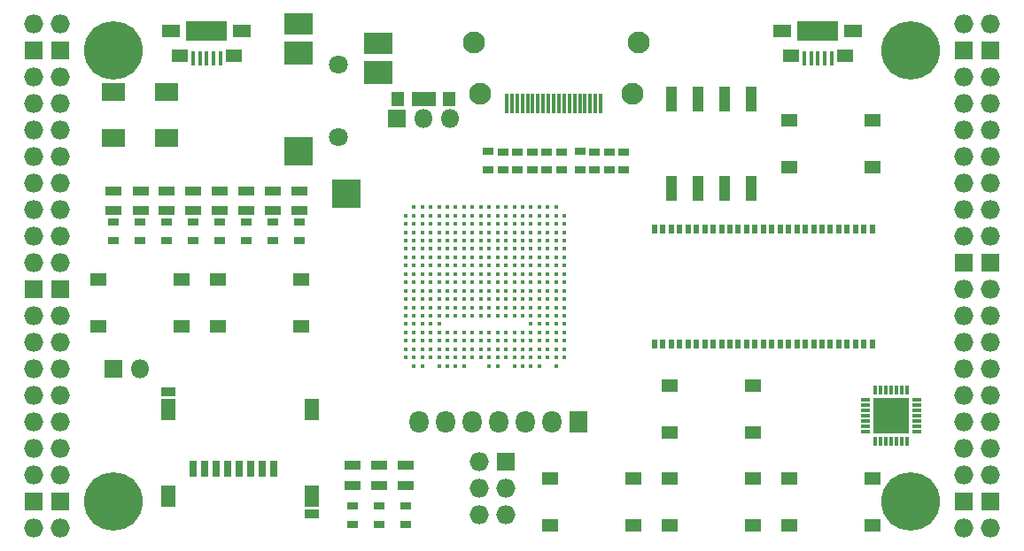
<source format=gts>
G04 #@! TF.GenerationSoftware,KiCad,Pcbnew,5.0.0-rc2+dfsg1-2*
G04 #@! TF.CreationDate,2018-06-06T20:47:01+02:00*
G04 #@! TF.ProjectId,ulx3s,756C7833732E6B696361645F70636200,rev?*
G04 #@! TF.SameCoordinates,Original*
G04 #@! TF.FileFunction,Soldermask,Top*
G04 #@! TF.FilePolarity,Negative*
%FSLAX46Y46*%
G04 Gerber Fmt 4.6, Leading zero omitted, Abs format (unit mm)*
G04 Created by KiCad (PCBNEW 5.0.0-rc2+dfsg1-2) date Wed Jun  6 20:47:01 2018*
%MOMM*%
%LPD*%
G01*
G04 APERTURE LIST*
%ADD10R,1.700000X1.300000*%
%ADD11R,0.400000X1.350000*%
%ADD12R,4.000000X1.900000*%
%ADD13R,1.600000X1.200000*%
%ADD14O,1.827200X1.827200*%
%ADD15R,1.727200X1.727200*%
%ADD16C,5.600000*%
%ADD17O,0.950000X0.400000*%
%ADD18O,0.400000X0.950000*%
%ADD19R,1.675000X1.675000*%
%ADD20R,1.727200X2.032000*%
%ADD21O,1.827200X2.132000*%
%ADD22R,1.550000X1.300000*%
%ADD23R,1.120000X2.440000*%
%ADD24C,0.430000*%
%ADD25R,2.800000X2.000000*%
%ADD26R,2.800000X2.200000*%
%ADD27R,2.800000X2.800000*%
%ADD28C,1.800000*%
%ADD29R,0.700000X1.500000*%
%ADD30R,1.450000X0.900000*%
%ADD31R,1.450000X2.000000*%
%ADD32R,2.200000X1.800000*%
%ADD33R,0.560000X0.900000*%
%ADD34R,1.000000X0.670000*%
%ADD35R,1.500000X0.970000*%
%ADD36R,0.300000X1.900000*%
%ADD37C,2.100000*%
%ADD38R,1.700000X1.700000*%
%ADD39O,1.800000X1.800000*%
%ADD40R,1.295000X1.400000*%
G04 APERTURE END LIST*
D10*
G04 #@! TO.C,US2*
X166900000Y-63325000D03*
X173700000Y-63325000D03*
D11*
X169000000Y-66000000D03*
X169650000Y-66000000D03*
X170300000Y-66000000D03*
X170950000Y-66000000D03*
X171600000Y-66000000D03*
D12*
X170300000Y-63325000D03*
D13*
X167700000Y-65725000D03*
X172900000Y-65725000D03*
G04 #@! TD*
D10*
G04 #@! TO.C,US1*
X108480000Y-63325000D03*
X115280000Y-63325000D03*
D11*
X110580000Y-66000000D03*
X111230000Y-66000000D03*
X111880000Y-66000000D03*
X112530000Y-66000000D03*
X113180000Y-66000000D03*
D12*
X111880000Y-63325000D03*
D13*
X109280000Y-65725000D03*
X114480000Y-65725000D03*
G04 #@! TD*
D14*
G04 #@! TO.C,J1*
X97910000Y-62690000D03*
X95370000Y-62690000D03*
D15*
X97910000Y-65230000D03*
X95370000Y-65230000D03*
D14*
X97910000Y-67770000D03*
X95370000Y-67770000D03*
X97910000Y-70310000D03*
X95370000Y-70310000D03*
X97910000Y-72850000D03*
X95370000Y-72850000D03*
X97910000Y-75390000D03*
X95370000Y-75390000D03*
X97910000Y-77930000D03*
X95370000Y-77930000D03*
X97910000Y-80470000D03*
X95370000Y-80470000D03*
X97910000Y-83010000D03*
X95370000Y-83010000D03*
X97910000Y-85550000D03*
X95370000Y-85550000D03*
D15*
X97910000Y-88090000D03*
X95370000Y-88090000D03*
D14*
X97910000Y-90630000D03*
X95370000Y-90630000D03*
X97910000Y-93170000D03*
X95370000Y-93170000D03*
X97910000Y-95710000D03*
X95370000Y-95710000D03*
X97910000Y-98250000D03*
X95370000Y-98250000D03*
X97910000Y-100790000D03*
X95370000Y-100790000D03*
X97910000Y-103330000D03*
X95370000Y-103330000D03*
X97910000Y-105870000D03*
X95370000Y-105870000D03*
D15*
X97910000Y-108410000D03*
X95370000Y-108410000D03*
D14*
X97910000Y-110950000D03*
X95370000Y-110950000D03*
G04 #@! TD*
G04 #@! TO.C,J2*
X184270000Y-110950000D03*
X186810000Y-110950000D03*
D15*
X184270000Y-108410000D03*
X186810000Y-108410000D03*
D14*
X184270000Y-105870000D03*
X186810000Y-105870000D03*
X184270000Y-103330000D03*
X186810000Y-103330000D03*
X184270000Y-100790000D03*
X186810000Y-100790000D03*
X184270000Y-98250000D03*
X186810000Y-98250000D03*
X184270000Y-95710000D03*
X186810000Y-95710000D03*
X184270000Y-93170000D03*
X186810000Y-93170000D03*
X184270000Y-90630000D03*
X186810000Y-90630000D03*
X184270000Y-88090000D03*
X186810000Y-88090000D03*
D15*
X184270000Y-85550000D03*
X186810000Y-85550000D03*
D14*
X184270000Y-83010000D03*
X186810000Y-83010000D03*
X184270000Y-80470000D03*
X186810000Y-80470000D03*
X184270000Y-77930000D03*
X186810000Y-77930000D03*
X184270000Y-75390000D03*
X186810000Y-75390000D03*
X184270000Y-72850000D03*
X186810000Y-72850000D03*
X184270000Y-70310000D03*
X186810000Y-70310000D03*
X184270000Y-67770000D03*
X186810000Y-67770000D03*
D15*
X184270000Y-65230000D03*
X186810000Y-65230000D03*
D14*
X184270000Y-62690000D03*
X186810000Y-62690000D03*
G04 #@! TD*
D16*
G04 #@! TO.C,H1*
X102990000Y-108410000D03*
G04 #@! TD*
G04 #@! TO.C,H2*
X179190000Y-108410000D03*
G04 #@! TD*
G04 #@! TO.C,H3*
X179190000Y-65230000D03*
G04 #@! TD*
G04 #@! TO.C,H4*
X102990000Y-65230000D03*
G04 #@! TD*
D15*
G04 #@! TO.C,J4*
X140455000Y-104600000D03*
D14*
X137915000Y-104600000D03*
X140455000Y-107140000D03*
X137915000Y-107140000D03*
X140455000Y-109680000D03*
X137915000Y-109680000D03*
G04 #@! TD*
D17*
G04 #@! TO.C,U8*
X179735000Y-101655000D03*
X179735000Y-101155000D03*
X179735000Y-100655000D03*
X179735000Y-100155000D03*
X179735000Y-99655000D03*
X179735000Y-99155000D03*
X179735000Y-98655000D03*
D18*
X178785000Y-97705000D03*
X178285000Y-97705000D03*
X177785000Y-97705000D03*
X177285000Y-97705000D03*
X176785000Y-97705000D03*
X176285000Y-97705000D03*
X175785000Y-97705000D03*
D17*
X174835000Y-98655000D03*
X174835000Y-99155000D03*
X174835000Y-99655000D03*
X174835000Y-100155000D03*
X174835000Y-100655000D03*
X174835000Y-101155000D03*
X174835000Y-101655000D03*
D18*
X175785000Y-102605000D03*
X176285000Y-102605000D03*
X176785000Y-102605000D03*
X177285000Y-102605000D03*
X177785000Y-102605000D03*
X178285000Y-102605000D03*
X178785000Y-102605000D03*
D19*
X176447500Y-99317500D03*
X176447500Y-100992500D03*
X178122500Y-99317500D03*
X178122500Y-100992500D03*
G04 #@! TD*
D20*
G04 #@! TO.C,OLED1*
X147440000Y-100790000D03*
D21*
X144900000Y-100790000D03*
X142360000Y-100790000D03*
X139820000Y-100790000D03*
X137280000Y-100790000D03*
X134740000Y-100790000D03*
X132200000Y-100790000D03*
G04 #@! TD*
D22*
G04 #@! TO.C,BTN0*
X175550000Y-71870000D03*
X175550000Y-76370000D03*
X167590000Y-76370000D03*
X167590000Y-71870000D03*
G04 #@! TD*
G04 #@! TO.C,BTN1*
X101550000Y-91610000D03*
X101550000Y-87110000D03*
X109510000Y-87110000D03*
X109510000Y-91610000D03*
G04 #@! TD*
G04 #@! TO.C,BTN2*
X112980000Y-91610000D03*
X112980000Y-87110000D03*
X120940000Y-87110000D03*
X120940000Y-91610000D03*
G04 #@! TD*
G04 #@! TO.C,BTN3*
X156160000Y-101770000D03*
X156160000Y-97270000D03*
X164120000Y-97270000D03*
X164120000Y-101770000D03*
G04 #@! TD*
G04 #@! TO.C,BTN4*
X164120000Y-106160000D03*
X164120000Y-110660000D03*
X156160000Y-110660000D03*
X156160000Y-106160000D03*
G04 #@! TD*
G04 #@! TO.C,BTN5*
X152690000Y-106160000D03*
X152690000Y-110660000D03*
X144730000Y-110660000D03*
X144730000Y-106160000D03*
G04 #@! TD*
G04 #@! TO.C,BTN6*
X175550000Y-106160000D03*
X175550000Y-110660000D03*
X167590000Y-110660000D03*
X167590000Y-106160000D03*
G04 #@! TD*
D23*
G04 #@! TO.C,SW1*
X156330000Y-78425000D03*
X163950000Y-69815000D03*
X158870000Y-78425000D03*
X161410000Y-69815000D03*
X161410000Y-78425000D03*
X158870000Y-69815000D03*
X163950000Y-78425000D03*
X156330000Y-69815000D03*
G04 #@! TD*
D24*
G04 #@! TO.C,U1*
X131680000Y-80200000D03*
X132480000Y-80200000D03*
X133280000Y-80200000D03*
X134080000Y-80200000D03*
X134880000Y-80200000D03*
X135680000Y-80200000D03*
X136480000Y-80200000D03*
X137280000Y-80200000D03*
X138080000Y-80200000D03*
X138880000Y-80200000D03*
X139680000Y-80200000D03*
X140480000Y-80200000D03*
X141280000Y-80200000D03*
X142080000Y-80200000D03*
X142880000Y-80200000D03*
X143680000Y-80200000D03*
X144480000Y-80200000D03*
X145280000Y-80200000D03*
X130880000Y-81000000D03*
X131680000Y-81000000D03*
X132480000Y-81000000D03*
X133280000Y-81000000D03*
X134080000Y-81000000D03*
X134880000Y-81000000D03*
X135680000Y-81000000D03*
X136480000Y-81000000D03*
X137280000Y-81000000D03*
X138080000Y-81000000D03*
X138880000Y-81000000D03*
X139680000Y-81000000D03*
X140480000Y-81000000D03*
X141280000Y-81000000D03*
X142080000Y-81000000D03*
X142880000Y-81000000D03*
X143680000Y-81000000D03*
X144480000Y-81000000D03*
X145280000Y-81000000D03*
X146080000Y-81000000D03*
X130880000Y-81800000D03*
X131680000Y-81800000D03*
X132480000Y-81800000D03*
X133280000Y-81800000D03*
X134080000Y-81800000D03*
X134880000Y-81800000D03*
X135680000Y-81800000D03*
X136480000Y-81800000D03*
X137280000Y-81800000D03*
X138080000Y-81800000D03*
X138880000Y-81800000D03*
X139680000Y-81800000D03*
X140480000Y-81800000D03*
X141280000Y-81800000D03*
X142080000Y-81800000D03*
X142880000Y-81800000D03*
X143680000Y-81800000D03*
X144480000Y-81800000D03*
X145280000Y-81800000D03*
X146080000Y-81800000D03*
X130880000Y-82600000D03*
X131680000Y-82600000D03*
X132480000Y-82600000D03*
X133280000Y-82600000D03*
X134080000Y-82600000D03*
X134880000Y-82600000D03*
X135680000Y-82600000D03*
X136480000Y-82600000D03*
X137280000Y-82600000D03*
X138080000Y-82600000D03*
X138880000Y-82600000D03*
X139680000Y-82600000D03*
X140480000Y-82600000D03*
X141280000Y-82600000D03*
X142080000Y-82600000D03*
X142880000Y-82600000D03*
X143680000Y-82600000D03*
X144480000Y-82600000D03*
X145280000Y-82600000D03*
X146080000Y-82600000D03*
X130880000Y-83400000D03*
X131680000Y-83400000D03*
X132480000Y-83400000D03*
X133280000Y-83400000D03*
X134080000Y-83400000D03*
X134880000Y-83400000D03*
X135680000Y-83400000D03*
X136480000Y-83400000D03*
X137280000Y-83400000D03*
X138080000Y-83400000D03*
X138880000Y-83400000D03*
X139680000Y-83400000D03*
X140480000Y-83400000D03*
X141280000Y-83400000D03*
X142080000Y-83400000D03*
X142880000Y-83400000D03*
X143680000Y-83400000D03*
X144480000Y-83400000D03*
X145280000Y-83400000D03*
X146080000Y-83400000D03*
X130880000Y-84200000D03*
X131680000Y-84200000D03*
X132480000Y-84200000D03*
X133280000Y-84200000D03*
X134080000Y-84200000D03*
X134880000Y-84200000D03*
X135680000Y-84200000D03*
X136480000Y-84200000D03*
X137280000Y-84200000D03*
X138080000Y-84200000D03*
X138880000Y-84200000D03*
X139680000Y-84200000D03*
X140480000Y-84200000D03*
X141280000Y-84200000D03*
X142080000Y-84200000D03*
X142880000Y-84200000D03*
X143680000Y-84200000D03*
X144480000Y-84200000D03*
X145280000Y-84200000D03*
X146080000Y-84200000D03*
X130880000Y-85000000D03*
X131680000Y-85000000D03*
X132480000Y-85000000D03*
X133280000Y-85000000D03*
X134080000Y-85000000D03*
X134880000Y-85000000D03*
X135680000Y-85000000D03*
X136480000Y-85000000D03*
X137280000Y-85000000D03*
X138080000Y-85000000D03*
X138880000Y-85000000D03*
X139680000Y-85000000D03*
X140480000Y-85000000D03*
X141280000Y-85000000D03*
X142080000Y-85000000D03*
X142880000Y-85000000D03*
X143680000Y-85000000D03*
X144480000Y-85000000D03*
X145280000Y-85000000D03*
X146080000Y-85000000D03*
X130880000Y-85800000D03*
X131680000Y-85800000D03*
X132480000Y-85800000D03*
X133280000Y-85800000D03*
X134080000Y-85800000D03*
X134880000Y-85800000D03*
X135680000Y-85800000D03*
X136480000Y-85800000D03*
X137280000Y-85800000D03*
X138080000Y-85800000D03*
X138880000Y-85800000D03*
X139680000Y-85800000D03*
X140480000Y-85800000D03*
X141280000Y-85800000D03*
X142080000Y-85800000D03*
X142880000Y-85800000D03*
X143680000Y-85800000D03*
X144480000Y-85800000D03*
X145280000Y-85800000D03*
X146080000Y-85800000D03*
X130880000Y-86600000D03*
X131680000Y-86600000D03*
X132480000Y-86600000D03*
X133280000Y-86600000D03*
X134080000Y-86600000D03*
X134880000Y-86600000D03*
X135680000Y-86600000D03*
X136480000Y-86600000D03*
X137280000Y-86600000D03*
X138080000Y-86600000D03*
X138880000Y-86600000D03*
X139680000Y-86600000D03*
X140480000Y-86600000D03*
X141280000Y-86600000D03*
X142080000Y-86600000D03*
X142880000Y-86600000D03*
X143680000Y-86600000D03*
X144480000Y-86600000D03*
X145280000Y-86600000D03*
X146080000Y-86600000D03*
X130880000Y-87400000D03*
X131680000Y-87400000D03*
X132480000Y-87400000D03*
X133280000Y-87400000D03*
X134080000Y-87400000D03*
X134880000Y-87400000D03*
X135680000Y-87400000D03*
X136480000Y-87400000D03*
X137280000Y-87400000D03*
X138080000Y-87400000D03*
X138880000Y-87400000D03*
X139680000Y-87400000D03*
X140480000Y-87400000D03*
X141280000Y-87400000D03*
X142080000Y-87400000D03*
X142880000Y-87400000D03*
X143680000Y-87400000D03*
X144480000Y-87400000D03*
X145280000Y-87400000D03*
X146080000Y-87400000D03*
X130880000Y-88200000D03*
X131680000Y-88200000D03*
X132480000Y-88200000D03*
X133280000Y-88200000D03*
X134080000Y-88200000D03*
X134880000Y-88200000D03*
X135680000Y-88200000D03*
X136480000Y-88200000D03*
X137280000Y-88200000D03*
X138080000Y-88200000D03*
X138880000Y-88200000D03*
X139680000Y-88200000D03*
X140480000Y-88200000D03*
X141280000Y-88200000D03*
X142080000Y-88200000D03*
X142880000Y-88200000D03*
X143680000Y-88200000D03*
X144480000Y-88200000D03*
X145280000Y-88200000D03*
X146080000Y-88200000D03*
X130880000Y-89000000D03*
X131680000Y-89000000D03*
X132480000Y-89000000D03*
X133280000Y-89000000D03*
X134080000Y-89000000D03*
X134880000Y-89000000D03*
X135680000Y-89000000D03*
X136480000Y-89000000D03*
X137280000Y-89000000D03*
X138080000Y-89000000D03*
X138880000Y-89000000D03*
X139680000Y-89000000D03*
X140480000Y-89000000D03*
X141280000Y-89000000D03*
X142080000Y-89000000D03*
X142880000Y-89000000D03*
X143680000Y-89000000D03*
X144480000Y-89000000D03*
X145280000Y-89000000D03*
X146080000Y-89000000D03*
X130880000Y-89800000D03*
X131680000Y-89800000D03*
X132480000Y-89800000D03*
X133280000Y-89800000D03*
X134080000Y-89800000D03*
X134880000Y-89800000D03*
X135680000Y-89800000D03*
X136480000Y-89800000D03*
X137280000Y-89800000D03*
X138080000Y-89800000D03*
X138880000Y-89800000D03*
X139680000Y-89800000D03*
X140480000Y-89800000D03*
X141280000Y-89800000D03*
X142080000Y-89800000D03*
X142880000Y-89800000D03*
X143680000Y-89800000D03*
X144480000Y-89800000D03*
X145280000Y-89800000D03*
X146080000Y-89800000D03*
X130880000Y-90600000D03*
X131680000Y-90600000D03*
X132480000Y-90600000D03*
X133280000Y-90600000D03*
X134080000Y-90600000D03*
X134880000Y-90600000D03*
X135680000Y-90600000D03*
X136480000Y-90600000D03*
X137280000Y-90600000D03*
X138080000Y-90600000D03*
X138880000Y-90600000D03*
X139680000Y-90600000D03*
X140480000Y-90600000D03*
X141280000Y-90600000D03*
X142080000Y-90600000D03*
X142880000Y-90600000D03*
X143680000Y-90600000D03*
X144480000Y-90600000D03*
X145280000Y-90600000D03*
X146080000Y-90600000D03*
X130880000Y-91400000D03*
X131680000Y-91400000D03*
X132480000Y-91400000D03*
X133280000Y-91400000D03*
X134080000Y-91400000D03*
X142880000Y-91400000D03*
X143680000Y-91400000D03*
X144480000Y-91400000D03*
X145280000Y-91400000D03*
X146080000Y-91400000D03*
X130880000Y-92200000D03*
X131680000Y-92200000D03*
X132480000Y-92200000D03*
X133280000Y-92200000D03*
X134080000Y-92200000D03*
X134880000Y-92200000D03*
X135680000Y-92200000D03*
X136480000Y-92200000D03*
X137280000Y-92200000D03*
X138080000Y-92200000D03*
X138880000Y-92200000D03*
X139680000Y-92200000D03*
X140480000Y-92200000D03*
X141280000Y-92200000D03*
X142080000Y-92200000D03*
X142880000Y-92200000D03*
X143680000Y-92200000D03*
X144480000Y-92200000D03*
X145280000Y-92200000D03*
X146080000Y-92200000D03*
X130880000Y-93000000D03*
X131680000Y-93000000D03*
X132480000Y-93000000D03*
X133280000Y-93000000D03*
X134080000Y-93000000D03*
X134880000Y-93000000D03*
X135680000Y-93000000D03*
X136480000Y-93000000D03*
X137280000Y-93000000D03*
X138080000Y-93000000D03*
X138880000Y-93000000D03*
X139680000Y-93000000D03*
X140480000Y-93000000D03*
X141280000Y-93000000D03*
X142080000Y-93000000D03*
X142880000Y-93000000D03*
X143680000Y-93000000D03*
X144480000Y-93000000D03*
X145280000Y-93000000D03*
X146080000Y-93000000D03*
X130880000Y-93800000D03*
X131680000Y-93800000D03*
X132480000Y-93800000D03*
X133280000Y-93800000D03*
X134080000Y-93800000D03*
X134880000Y-93800000D03*
X135680000Y-93800000D03*
X136480000Y-93800000D03*
X137280000Y-93800000D03*
X138080000Y-93800000D03*
X138880000Y-93800000D03*
X139680000Y-93800000D03*
X140480000Y-93800000D03*
X141280000Y-93800000D03*
X142080000Y-93800000D03*
X142880000Y-93800000D03*
X143680000Y-93800000D03*
X144480000Y-93800000D03*
X145280000Y-93800000D03*
X146080000Y-93800000D03*
X130880000Y-94600000D03*
X131680000Y-94600000D03*
X132480000Y-94600000D03*
X133280000Y-94600000D03*
X134080000Y-94600000D03*
X134880000Y-94600000D03*
X135680000Y-94600000D03*
X136480000Y-94600000D03*
X137280000Y-94600000D03*
X138080000Y-94600000D03*
X138880000Y-94600000D03*
X139680000Y-94600000D03*
X140480000Y-94600000D03*
X141280000Y-94600000D03*
X142080000Y-94600000D03*
X142880000Y-94600000D03*
X143680000Y-94600000D03*
X144480000Y-94600000D03*
X145280000Y-94600000D03*
X146080000Y-94600000D03*
X131680000Y-95400000D03*
X132480000Y-95400000D03*
X134080000Y-95400000D03*
X134880000Y-95400000D03*
X135680000Y-95400000D03*
X136480000Y-95400000D03*
X138880000Y-95400000D03*
X139680000Y-95400000D03*
X141280000Y-95400000D03*
X142080000Y-95400000D03*
X142880000Y-95400000D03*
X143680000Y-95400000D03*
X145280000Y-95400000D03*
G04 #@! TD*
D25*
G04 #@! TO.C,AUDIO1*
X120668000Y-62618000D03*
D26*
X120668000Y-65418000D03*
D27*
X120668000Y-74818000D03*
X125218000Y-78918000D03*
D26*
X128268000Y-67318000D03*
D25*
X128268000Y-64518000D03*
D28*
X124468000Y-66518000D03*
X124468000Y-73518000D03*
G04 #@! TD*
D29*
G04 #@! TO.C,SD1*
X118250000Y-105250000D03*
X117150000Y-105250000D03*
X116050000Y-105250000D03*
X114950000Y-105250000D03*
X113850000Y-105250000D03*
X112750000Y-105250000D03*
X111650000Y-105250000D03*
X110550000Y-105250000D03*
D30*
X121925000Y-109550000D03*
X108175000Y-97850000D03*
D31*
X108175000Y-107850000D03*
X121925000Y-107850000D03*
X121925000Y-99550000D03*
X108175000Y-99550000D03*
G04 #@! TD*
D32*
G04 #@! TO.C,Y1*
X108040000Y-69220000D03*
X102960000Y-69220000D03*
X102960000Y-73620000D03*
X108040000Y-73620000D03*
G04 #@! TD*
D33*
G04 #@! TO.C,U2*
X175493000Y-82270000D03*
X154693000Y-93330000D03*
X155493000Y-93330000D03*
X156293000Y-93330000D03*
X157093000Y-93330000D03*
X157893000Y-93330000D03*
X158693000Y-93330000D03*
X159493000Y-93330000D03*
X160293000Y-93330000D03*
X161093000Y-93330000D03*
X161893000Y-93330000D03*
X162693000Y-93330000D03*
X163493000Y-93330000D03*
X164293000Y-93330000D03*
X165093000Y-93330000D03*
X165893000Y-93330000D03*
X166693000Y-93330000D03*
X167493000Y-93330000D03*
X168293000Y-93330000D03*
X169093000Y-93330000D03*
X169893000Y-93330000D03*
X170693000Y-93330000D03*
X171493000Y-93330000D03*
X172293000Y-93330000D03*
X173093000Y-93330000D03*
X173893000Y-93330000D03*
X174693000Y-93330000D03*
X175493000Y-93330000D03*
X174693000Y-82270000D03*
X173893000Y-82270000D03*
X173093000Y-82270000D03*
X172293000Y-82270000D03*
X171493000Y-82270000D03*
X170693000Y-82270000D03*
X169893000Y-82270000D03*
X169093000Y-82270000D03*
X168293000Y-82270000D03*
X167493000Y-82270000D03*
X166693000Y-82270000D03*
X165893000Y-82270000D03*
X165093000Y-82270000D03*
X164293000Y-82270000D03*
X163493000Y-82270000D03*
X162693000Y-82270000D03*
X161893000Y-82270000D03*
X161093000Y-82270000D03*
X160293000Y-82270000D03*
X159493000Y-82270000D03*
X158693000Y-82270000D03*
X157893000Y-82270000D03*
X157093000Y-82270000D03*
X156293000Y-82270000D03*
X155493000Y-82270000D03*
X154693000Y-82270000D03*
G04 #@! TD*
D34*
G04 #@! TO.C,C36*
X150361000Y-76646000D03*
X150361000Y-74896000D03*
G04 #@! TD*
G04 #@! TO.C,C37*
X151758000Y-74896000D03*
X151758000Y-76646000D03*
G04 #@! TD*
G04 #@! TO.C,C38*
X140201000Y-74896000D03*
X140201000Y-76646000D03*
G04 #@! TD*
G04 #@! TO.C,C39*
X142995000Y-76646000D03*
X142995000Y-74896000D03*
G04 #@! TD*
G04 #@! TO.C,C40*
X145789000Y-76646000D03*
X145789000Y-74896000D03*
G04 #@! TD*
G04 #@! TO.C,C41*
X148964000Y-74896000D03*
X148964000Y-76646000D03*
G04 #@! TD*
G04 #@! TO.C,C42*
X138742800Y-76638600D03*
X138742800Y-74888600D03*
G04 #@! TD*
G04 #@! TO.C,C43*
X141598000Y-74896000D03*
X141598000Y-76646000D03*
G04 #@! TD*
G04 #@! TO.C,C44*
X144392000Y-74896000D03*
X144392000Y-76646000D03*
G04 #@! TD*
G04 #@! TO.C,C45*
X147567000Y-76634000D03*
X147567000Y-74884000D03*
G04 #@! TD*
D35*
G04 #@! TO.C,D19*
X130930000Y-106825000D03*
X130930000Y-104915000D03*
G04 #@! TD*
G04 #@! TO.C,D0*
X120770000Y-78644000D03*
X120770000Y-80554000D03*
G04 #@! TD*
G04 #@! TO.C,D1*
X118230000Y-80554000D03*
X118230000Y-78644000D03*
G04 #@! TD*
G04 #@! TO.C,D2*
X115690000Y-78644000D03*
X115690000Y-80554000D03*
G04 #@! TD*
G04 #@! TO.C,D3*
X113150000Y-78644000D03*
X113150000Y-80554000D03*
G04 #@! TD*
G04 #@! TO.C,D4*
X110610000Y-80554000D03*
X110610000Y-78644000D03*
G04 #@! TD*
G04 #@! TO.C,D5*
X108070000Y-80554000D03*
X108070000Y-78644000D03*
G04 #@! TD*
G04 #@! TO.C,D6*
X105545000Y-78644000D03*
X105545000Y-80554000D03*
G04 #@! TD*
G04 #@! TO.C,D7*
X102990000Y-80554000D03*
X102990000Y-78644000D03*
G04 #@! TD*
G04 #@! TO.C,D18*
X128390000Y-106825000D03*
X128390000Y-104915000D03*
G04 #@! TD*
G04 #@! TO.C,D22*
X125850000Y-104915000D03*
X125850000Y-106825000D03*
G04 #@! TD*
D36*
G04 #@! TO.C,GPDI1*
X149546000Y-70312000D03*
X149046000Y-70312000D03*
X148546000Y-70312000D03*
X148046000Y-70312000D03*
X147546000Y-70312000D03*
X147046000Y-70312000D03*
X146546000Y-70312000D03*
X146046000Y-70312000D03*
X145546000Y-70312000D03*
X145046000Y-70312000D03*
X144546000Y-70312000D03*
X144046000Y-70312000D03*
X143546000Y-70312000D03*
X143046000Y-70312000D03*
X142546000Y-70312000D03*
X142046000Y-70312000D03*
X141546000Y-70312000D03*
X141046000Y-70312000D03*
X140546000Y-70312000D03*
D37*
X152546000Y-69312000D03*
X138046000Y-69312000D03*
X153146000Y-64412000D03*
X137446000Y-64412000D03*
G04 #@! TD*
D34*
G04 #@! TO.C,R41*
X120770000Y-83377000D03*
X120770000Y-81627000D03*
G04 #@! TD*
G04 #@! TO.C,R42*
X118230000Y-81627000D03*
X118230000Y-83377000D03*
G04 #@! TD*
G04 #@! TO.C,R43*
X115690000Y-83377000D03*
X115690000Y-81627000D03*
G04 #@! TD*
G04 #@! TO.C,R44*
X113150000Y-81627000D03*
X113150000Y-83377000D03*
G04 #@! TD*
G04 #@! TO.C,R45*
X110610000Y-81627000D03*
X110610000Y-83377000D03*
G04 #@! TD*
G04 #@! TO.C,R46*
X108070000Y-83377000D03*
X108070000Y-81627000D03*
G04 #@! TD*
G04 #@! TO.C,R47*
X105530000Y-81627000D03*
X105530000Y-83377000D03*
G04 #@! TD*
G04 #@! TO.C,R48*
X102990000Y-83377000D03*
X102990000Y-81627000D03*
G04 #@! TD*
G04 #@! TO.C,R36*
X128390000Y-110555000D03*
X128390000Y-108805000D03*
G04 #@! TD*
G04 #@! TO.C,R37*
X130930000Y-110555000D03*
X130930000Y-108805000D03*
G04 #@! TD*
G04 #@! TO.C,R62*
X125850000Y-108805000D03*
X125850000Y-110555000D03*
G04 #@! TD*
D38*
G04 #@! TO.C,J3*
X102990000Y-95710000D03*
D39*
X105530000Y-95710000D03*
G04 #@! TD*
D38*
G04 #@! TO.C,J5*
X130056000Y-71725000D03*
D39*
X132596000Y-71725000D03*
X135136000Y-71725000D03*
G04 #@! TD*
D40*
G04 #@! TO.C,RV2*
X132053501Y-69814500D03*
X130118501Y-69814500D03*
G04 #@! TD*
G04 #@! TO.C,RV3*
X133152500Y-69814500D03*
X135087500Y-69814500D03*
G04 #@! TD*
M02*

</source>
